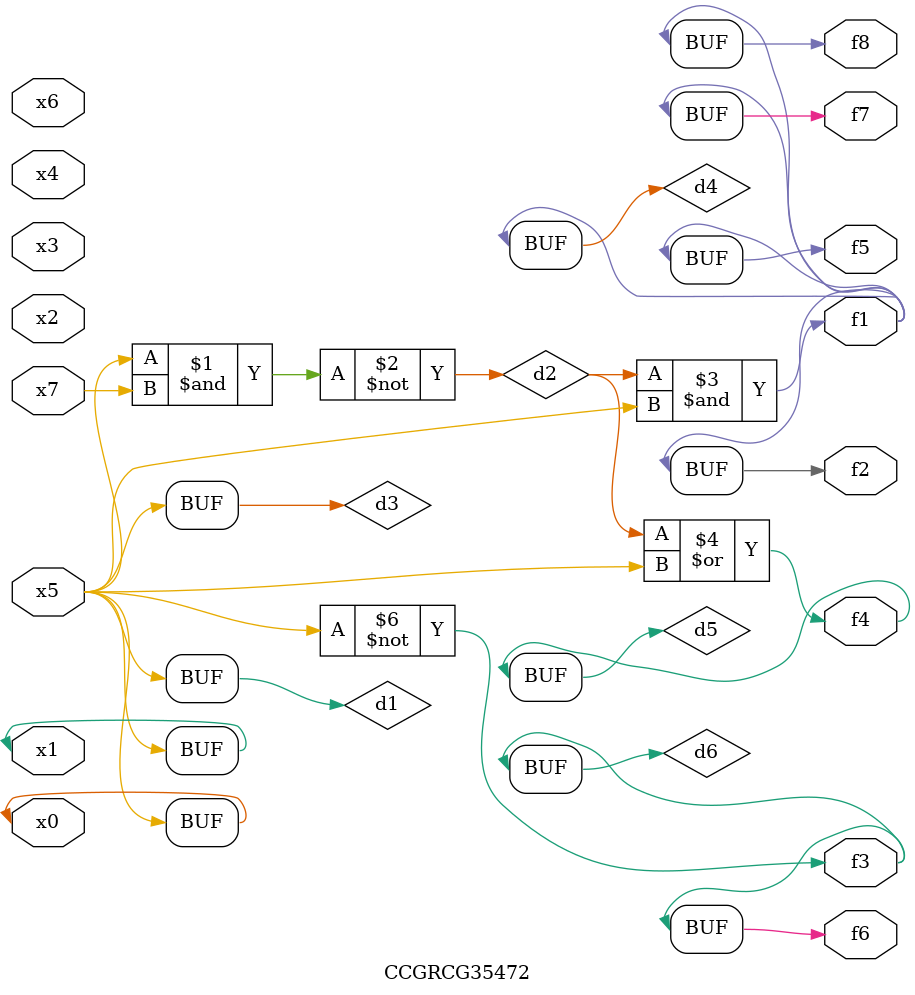
<source format=v>
module CCGRCG35472(
	input x0, x1, x2, x3, x4, x5, x6, x7,
	output f1, f2, f3, f4, f5, f6, f7, f8
);

	wire d1, d2, d3, d4, d5, d6;

	buf (d1, x0, x5);
	nand (d2, x5, x7);
	buf (d3, x0, x1);
	and (d4, d2, d3);
	or (d5, d2, d3);
	nor (d6, d1, d3);
	assign f1 = d4;
	assign f2 = d4;
	assign f3 = d6;
	assign f4 = d5;
	assign f5 = d4;
	assign f6 = d6;
	assign f7 = d4;
	assign f8 = d4;
endmodule

</source>
